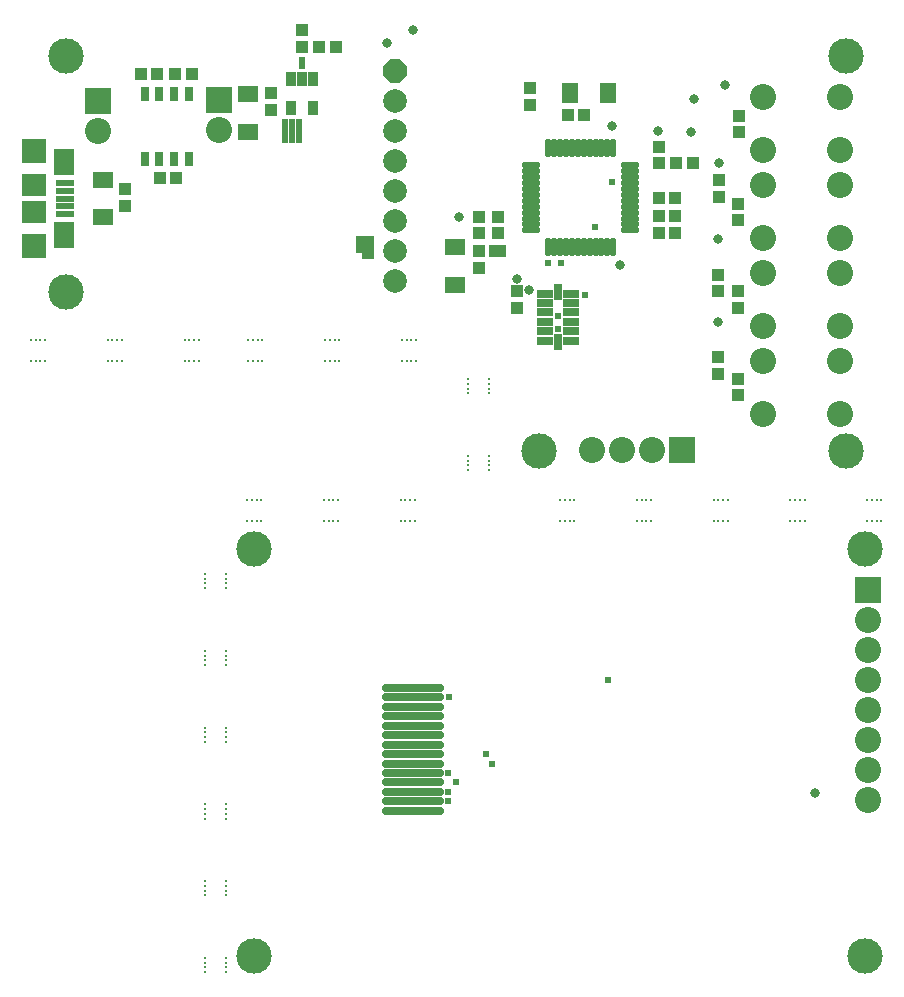
<source format=gts>
G04 Layer_Color=8388736*
%FSLAX44Y44*%
%MOMM*%
G71*
G01*
G75*
%ADD48R,1.0532X1.0532*%
G04:AMPARAMS|DCode=49|XSize=0.6032mm|YSize=5.2032mm|CornerRadius=0.2016mm|HoleSize=0mm|Usage=FLASHONLY|Rotation=90.000|XOffset=0mm|YOffset=0mm|HoleType=Round|Shape=RoundedRectangle|*
%AMROUNDEDRECTD49*
21,1,0.6032,4.8000,0,0,90.0*
21,1,0.2000,5.2032,0,0,90.0*
1,1,0.4032,2.4000,0.1000*
1,1,0.4032,2.4000,-0.1000*
1,1,0.4032,-2.4000,-0.1000*
1,1,0.4032,-2.4000,0.1000*
%
%ADD49ROUNDEDRECTD49*%
%ADD50R,1.0532X1.0532*%
%ADD51R,0.9032X1.2032*%
%ADD52R,2.1032X1.9532*%
%ADD53R,2.1032X2.0032*%
%ADD54R,1.8032X2.3032*%
%ADD55R,1.6032X0.6032*%
%ADD56R,0.8032X1.2032*%
%ADD57O,0.5032X1.6032*%
%ADD58O,1.6032X0.5032*%
%ADD59R,1.3482X0.7532*%
%ADD60R,0.7532X1.3482*%
%ADD61R,1.8032X1.4032*%
%ADD62R,1.4032X1.8032*%
%ADD63C,2.2032*%
%ADD64R,2.2032X2.2032*%
%ADD65C,2.0032*%
%ADD66P,2.1683X8X292.5*%
%ADD67R,2.2032X2.2032*%
%ADD68C,0.2032*%
%ADD69C,0.6032*%
%ADD70C,0.8032*%
%ADD71C,3.0032*%
D48*
X607500Y511500D02*
D03*
Y497500D02*
D03*
X431500Y757500D02*
D03*
Y743500D02*
D03*
X608500Y734000D02*
D03*
Y720000D02*
D03*
X540500Y707750D02*
D03*
Y693750D02*
D03*
X238500Y792500D02*
D03*
Y806500D02*
D03*
X591500Y679500D02*
D03*
Y665500D02*
D03*
X590500Y599500D02*
D03*
Y585500D02*
D03*
X388500Y634500D02*
D03*
Y648500D02*
D03*
X590500Y529500D02*
D03*
Y515500D02*
D03*
X388500Y619500D02*
D03*
Y605500D02*
D03*
X89000Y658000D02*
D03*
Y672000D02*
D03*
X212000Y739000D02*
D03*
Y753000D02*
D03*
X607500Y659500D02*
D03*
Y645500D02*
D03*
X607500Y585500D02*
D03*
Y571500D02*
D03*
X404500Y634500D02*
D03*
Y648500D02*
D03*
X420500Y585500D02*
D03*
Y571500D02*
D03*
D49*
X332500Y249500D02*
D03*
Y241500D02*
D03*
Y233500D02*
D03*
Y225500D02*
D03*
Y217500D02*
D03*
Y209500D02*
D03*
Y201500D02*
D03*
Y193500D02*
D03*
Y185500D02*
D03*
Y177500D02*
D03*
Y169500D02*
D03*
Y161500D02*
D03*
Y153500D02*
D03*
Y145500D02*
D03*
D03*
Y153500D02*
D03*
Y161500D02*
D03*
Y169500D02*
D03*
Y177500D02*
D03*
Y185500D02*
D03*
Y193500D02*
D03*
Y201500D02*
D03*
Y209500D02*
D03*
Y217500D02*
D03*
Y225500D02*
D03*
Y233500D02*
D03*
Y241500D02*
D03*
Y249500D02*
D03*
D50*
X555500Y693750D02*
D03*
X569500D02*
D03*
X145250Y769000D02*
D03*
X131250D02*
D03*
X132000Y681000D02*
D03*
X118000D02*
D03*
X102000Y769000D02*
D03*
X116000D02*
D03*
X554500Y664500D02*
D03*
X540500D02*
D03*
X554500Y649500D02*
D03*
X540500D02*
D03*
X267250Y792500D02*
D03*
X253250D02*
D03*
X554500Y634500D02*
D03*
X540500D02*
D03*
X477500Y734500D02*
D03*
X463500D02*
D03*
D51*
X229000Y740750D02*
D03*
X248000D02*
D03*
X238500Y764750D02*
D03*
X229000D02*
D03*
X248000D02*
D03*
D52*
X11500Y652500D02*
D03*
Y675000D02*
D03*
D53*
Y623750D02*
D03*
Y703750D02*
D03*
D54*
X37000Y632750D02*
D03*
Y694750D02*
D03*
D55*
X38000Y650750D02*
D03*
Y657250D02*
D03*
Y663750D02*
D03*
Y670250D02*
D03*
Y676750D02*
D03*
D56*
X117750Y752500D02*
D03*
X130250D02*
D03*
X142750D02*
D03*
X105250D02*
D03*
X142750Y697500D02*
D03*
X105250D02*
D03*
X117750D02*
D03*
X130250D02*
D03*
D57*
X447000Y706500D02*
D03*
X452000D02*
D03*
X457000D02*
D03*
X462000D02*
D03*
X467000D02*
D03*
X472000D02*
D03*
X477000D02*
D03*
X482000D02*
D03*
X487000D02*
D03*
X492000D02*
D03*
X502000D02*
D03*
X497000D02*
D03*
X502000Y622500D02*
D03*
X497000D02*
D03*
X492000D02*
D03*
X487000D02*
D03*
X482000D02*
D03*
X477000D02*
D03*
X472000D02*
D03*
X467000D02*
D03*
X462000D02*
D03*
X457000D02*
D03*
X447000D02*
D03*
X452000D02*
D03*
D58*
X432500Y637000D02*
D03*
Y642000D02*
D03*
Y647000D02*
D03*
Y652000D02*
D03*
Y657000D02*
D03*
Y662000D02*
D03*
Y667000D02*
D03*
Y672000D02*
D03*
Y677000D02*
D03*
Y682000D02*
D03*
Y692000D02*
D03*
Y687000D02*
D03*
X516500Y692000D02*
D03*
Y687000D02*
D03*
Y682000D02*
D03*
Y677000D02*
D03*
Y672000D02*
D03*
Y667000D02*
D03*
Y662000D02*
D03*
Y657000D02*
D03*
Y652000D02*
D03*
Y647000D02*
D03*
Y637000D02*
D03*
Y642000D02*
D03*
D59*
X466500Y559500D02*
D03*
Y543500D02*
D03*
Y551500D02*
D03*
Y567500D02*
D03*
Y575500D02*
D03*
Y583500D02*
D03*
X444500Y543500D02*
D03*
Y551500D02*
D03*
Y559500D02*
D03*
Y567500D02*
D03*
Y575500D02*
D03*
Y583500D02*
D03*
D60*
X455500Y584500D02*
D03*
Y542500D02*
D03*
D61*
X368000Y591000D02*
D03*
Y623000D02*
D03*
X70000Y680000D02*
D03*
Y648000D02*
D03*
X193000Y752000D02*
D03*
Y720000D02*
D03*
D62*
X465500Y753500D02*
D03*
X497500D02*
D03*
D63*
X629000Y526500D02*
D03*
Y481500D02*
D03*
X694000Y526500D02*
D03*
Y481500D02*
D03*
X629000Y601000D02*
D03*
Y556000D02*
D03*
X694000Y601000D02*
D03*
Y556000D02*
D03*
X717250Y180350D02*
D03*
Y231150D02*
D03*
Y256550D02*
D03*
Y307350D02*
D03*
Y281950D02*
D03*
Y205750D02*
D03*
Y154950D02*
D03*
X168000Y721600D02*
D03*
X66000Y721300D02*
D03*
X509300Y451000D02*
D03*
X534700D02*
D03*
X483900D02*
D03*
X629000Y750000D02*
D03*
Y705000D02*
D03*
X694000Y750000D02*
D03*
Y705000D02*
D03*
X629000Y675500D02*
D03*
Y630500D02*
D03*
X694000Y675500D02*
D03*
Y630500D02*
D03*
D64*
X717250Y332750D02*
D03*
X168000Y747000D02*
D03*
X66000Y746700D02*
D03*
D65*
X317500Y645300D02*
D03*
Y696100D02*
D03*
Y721500D02*
D03*
Y746900D02*
D03*
Y670700D02*
D03*
Y619900D02*
D03*
Y594500D02*
D03*
D66*
Y772300D02*
D03*
D67*
X560100Y451000D02*
D03*
D68*
X379000Y438000D02*
D03*
Y446000D02*
D03*
Y442000D02*
D03*
Y434000D02*
D03*
X397000Y446000D02*
D03*
Y438000D02*
D03*
Y434000D02*
D03*
Y442000D02*
D03*
X379000Y503000D02*
D03*
Y511000D02*
D03*
Y507000D02*
D03*
Y499000D02*
D03*
X397000Y511000D02*
D03*
Y503000D02*
D03*
Y499000D02*
D03*
Y507000D02*
D03*
X147000Y526000D02*
D03*
X139000D02*
D03*
X143000D02*
D03*
X151000D02*
D03*
X139000Y544000D02*
D03*
X147000D02*
D03*
X151000D02*
D03*
X143000D02*
D03*
X82000Y526000D02*
D03*
X74000D02*
D03*
X78000D02*
D03*
X86000D02*
D03*
X74000Y544000D02*
D03*
X82000D02*
D03*
X86000D02*
D03*
X78000D02*
D03*
X17000Y526000D02*
D03*
X9000D02*
D03*
X13000D02*
D03*
X21000D02*
D03*
X9000Y544000D02*
D03*
X17000D02*
D03*
X21000D02*
D03*
X13000D02*
D03*
X725000Y391000D02*
D03*
X717000D02*
D03*
X721000D02*
D03*
X717000Y409000D02*
D03*
X721000D02*
D03*
X660000Y391000D02*
D03*
X652000D02*
D03*
X656000D02*
D03*
X664000D02*
D03*
X652000Y409000D02*
D03*
X660000D02*
D03*
X664000D02*
D03*
X656000D02*
D03*
X595000Y391000D02*
D03*
X587000D02*
D03*
X591000D02*
D03*
X599000D02*
D03*
X587000Y409000D02*
D03*
X595000D02*
D03*
X599000D02*
D03*
X591000D02*
D03*
X530000Y391000D02*
D03*
X522000D02*
D03*
X526000D02*
D03*
X534000D02*
D03*
X522000Y409000D02*
D03*
X530000D02*
D03*
X534000D02*
D03*
X526000D02*
D03*
X465000Y391000D02*
D03*
X457000D02*
D03*
X461000D02*
D03*
X469000D02*
D03*
X457000Y409000D02*
D03*
X465000D02*
D03*
X469000D02*
D03*
X461000D02*
D03*
X330000Y391000D02*
D03*
X322000D02*
D03*
X326000D02*
D03*
X334000D02*
D03*
X322000Y409000D02*
D03*
X330000D02*
D03*
X334000D02*
D03*
X326000D02*
D03*
X265000Y391000D02*
D03*
X257000D02*
D03*
X261000D02*
D03*
X269000D02*
D03*
X257000Y409000D02*
D03*
X265000D02*
D03*
X269000D02*
D03*
X261000D02*
D03*
X200000Y391000D02*
D03*
X192000D02*
D03*
X196000D02*
D03*
X204000D02*
D03*
X192000Y409000D02*
D03*
X200000D02*
D03*
X204000D02*
D03*
X196000D02*
D03*
X174000Y342000D02*
D03*
Y334000D02*
D03*
Y338000D02*
D03*
Y346000D02*
D03*
X156000Y334000D02*
D03*
Y342000D02*
D03*
Y346000D02*
D03*
Y338000D02*
D03*
Y273000D02*
D03*
Y281000D02*
D03*
Y277000D02*
D03*
Y269000D02*
D03*
X174000Y281000D02*
D03*
Y273000D02*
D03*
Y269000D02*
D03*
Y277000D02*
D03*
X156000Y208000D02*
D03*
Y216000D02*
D03*
Y212000D02*
D03*
Y204000D02*
D03*
X174000Y216000D02*
D03*
Y208000D02*
D03*
Y204000D02*
D03*
Y212000D02*
D03*
X156000Y143000D02*
D03*
Y151000D02*
D03*
Y147000D02*
D03*
Y139000D02*
D03*
X174000Y151000D02*
D03*
Y143000D02*
D03*
Y139000D02*
D03*
Y147000D02*
D03*
X156000Y78000D02*
D03*
Y86000D02*
D03*
Y82000D02*
D03*
Y74000D02*
D03*
X174000Y86000D02*
D03*
Y78000D02*
D03*
Y74000D02*
D03*
Y82000D02*
D03*
X156000Y13000D02*
D03*
Y21000D02*
D03*
Y17000D02*
D03*
Y9000D02*
D03*
X174000Y21000D02*
D03*
Y13000D02*
D03*
Y9000D02*
D03*
Y17000D02*
D03*
X725000Y409000D02*
D03*
X729000D02*
D03*
Y391000D02*
D03*
X197000Y544000D02*
D03*
X205000D02*
D03*
X201000D02*
D03*
X193000D02*
D03*
X205000Y526000D02*
D03*
X197000D02*
D03*
X193000D02*
D03*
X201000D02*
D03*
X327000Y544000D02*
D03*
X335000D02*
D03*
X331000D02*
D03*
X323000D02*
D03*
X335000Y526000D02*
D03*
X327000D02*
D03*
X323000D02*
D03*
X331000D02*
D03*
X266000D02*
D03*
X258000D02*
D03*
X262000D02*
D03*
X270000D02*
D03*
X258000Y544000D02*
D03*
X266000D02*
D03*
X270000D02*
D03*
X262000D02*
D03*
D69*
X399250Y185500D02*
D03*
X394500Y193500D02*
D03*
X297000Y615000D02*
D03*
X292000D02*
D03*
X297000Y620000D02*
D03*
Y625000D02*
D03*
Y630000D02*
D03*
X292000Y620000D02*
D03*
Y625000D02*
D03*
Y630000D02*
D03*
X287000Y620000D02*
D03*
Y625000D02*
D03*
Y630000D02*
D03*
X224000Y713500D02*
D03*
Y718500D02*
D03*
Y723500D02*
D03*
X224000Y729000D02*
D03*
X230000D02*
D03*
X230000Y723500D02*
D03*
X236000Y718500D02*
D03*
Y723500D02*
D03*
Y713500D02*
D03*
X230000Y718500D02*
D03*
Y713500D02*
D03*
X236000Y729000D02*
D03*
X369000Y169500D02*
D03*
X362250Y177500D02*
D03*
X362250Y161500D02*
D03*
X362500Y241500D02*
D03*
X497750Y256500D02*
D03*
X362250Y153750D02*
D03*
X404000Y617000D02*
D03*
X409000D02*
D03*
X399000D02*
D03*
X404000Y622000D02*
D03*
X409000D02*
D03*
X399000D02*
D03*
X478000Y582000D02*
D03*
X455500Y564500D02*
D03*
Y553500D02*
D03*
X446500Y609500D02*
D03*
X457500D02*
D03*
X486500Y639500D02*
D03*
X500500Y677500D02*
D03*
X238500Y776500D02*
D03*
Y781250D02*
D03*
D70*
X597000Y760000D02*
D03*
X570000Y748000D02*
D03*
X672750Y160750D02*
D03*
X371500Y648500D02*
D03*
X420500Y595500D02*
D03*
X430750Y586500D02*
D03*
X507558Y607442D02*
D03*
X500500Y725500D02*
D03*
X590500Y629750D02*
D03*
Y559500D02*
D03*
X591750Y693750D02*
D03*
X540000Y721000D02*
D03*
X310500Y795250D02*
D03*
X332500Y806500D02*
D03*
X568000Y720000D02*
D03*
D71*
X715000Y367000D02*
D03*
X198000D02*
D03*
X715000Y23000D02*
D03*
X198000D02*
D03*
X699000Y450000D02*
D03*
Y785000D02*
D03*
X39000D02*
D03*
Y585000D02*
D03*
X439000Y450000D02*
D03*
M02*

</source>
